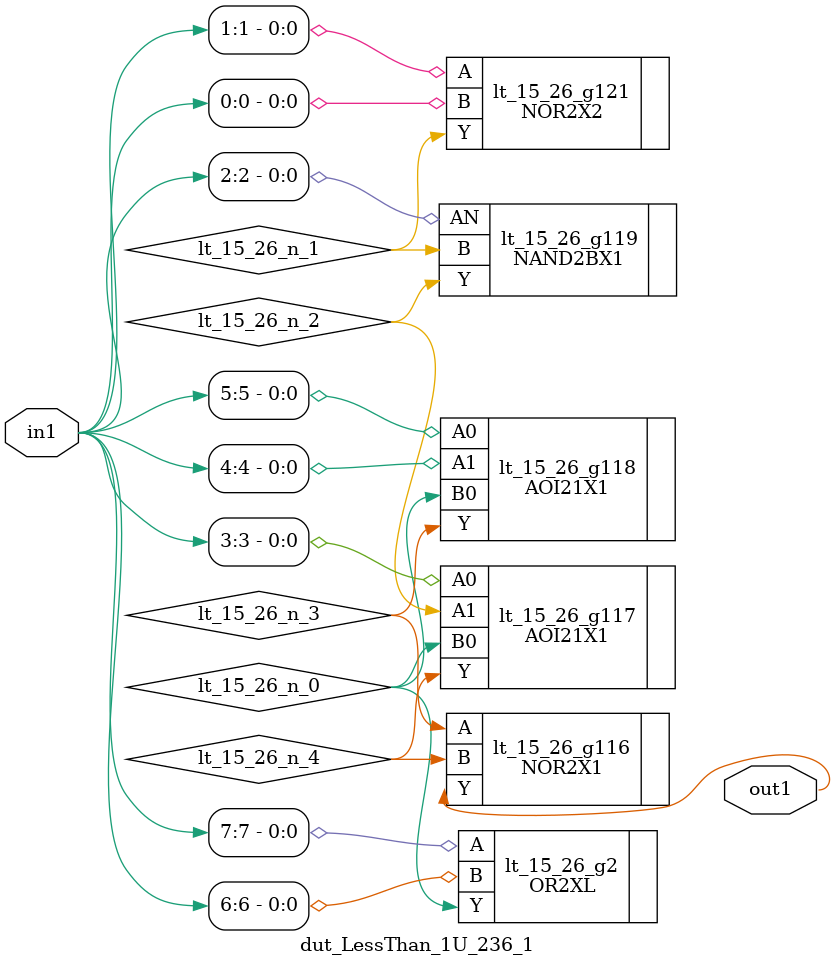
<source format=v>
`timescale 1ps / 1ps


module dut_LessThan_1U_236_1(in1, out1);
  input [7:0] in1;
  output out1;
  wire [7:0] in1;
  wire out1;
  wire lt_15_26_n_0, lt_15_26_n_1, lt_15_26_n_2, lt_15_26_n_3,
       lt_15_26_n_4;
  NOR2X1 lt_15_26_g116(.A (lt_15_26_n_3), .B (lt_15_26_n_4), .Y (out1));
  AOI21X1 lt_15_26_g117(.A0 (in1[3]), .A1 (lt_15_26_n_2), .B0
       (lt_15_26_n_0), .Y (lt_15_26_n_4));
  AOI21X1 lt_15_26_g118(.A0 (in1[5]), .A1 (in1[4]), .B0 (lt_15_26_n_0),
       .Y (lt_15_26_n_3));
  NAND2BX1 lt_15_26_g119(.AN (in1[2]), .B (lt_15_26_n_1), .Y
       (lt_15_26_n_2));
  NOR2X2 lt_15_26_g121(.A (in1[1]), .B (in1[0]), .Y (lt_15_26_n_1));
  OR2XL lt_15_26_g2(.A (in1[7]), .B (in1[6]), .Y (lt_15_26_n_0));
endmodule



</source>
